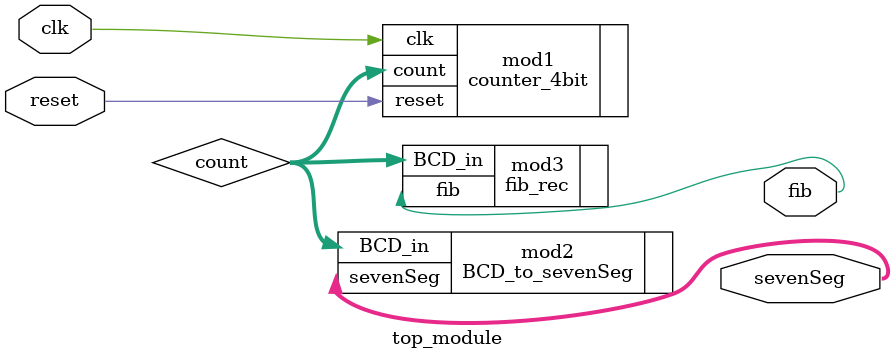
<source format=sv>
`timescale 1ns / 1ps


module top_module(
            input logic clk,reset,
            output logic [6:0] sevenSeg,
            output logic fib

 );
 
   logic [3:0]count;
   
    counter_4bit mod1(
        .clk(clk),
        .reset(reset),
        .count(count)
    );
    
    BCD_to_sevenSeg mod2(
         .BCD_in(count),
         .sevenSeg(sevenSeg)
    );
    
    fib_rec mod3(.BCD_in(count),
                 .fib(fib)
    );
        
    
endmodule

</source>
